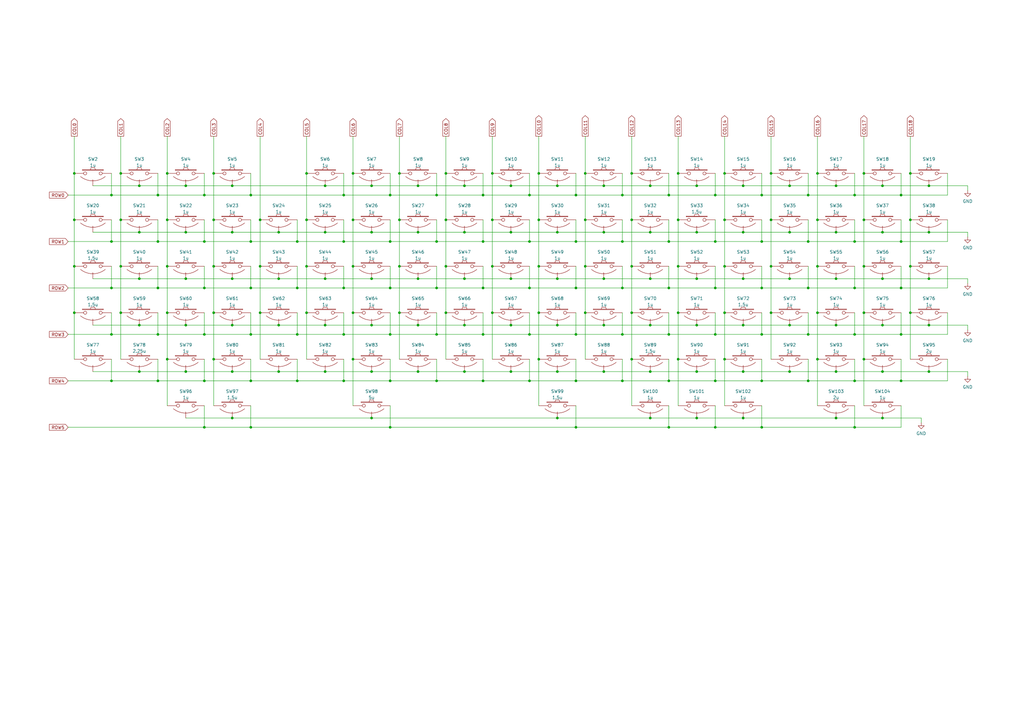
<source format=kicad_sch>
(kicad_sch (version 20231120) (generator "eeschema") (generator_version "8.0")
  (paper "A3")
  (title_block (title "CDS") (date "2023-11-17") (rev "1.0") (company "LU.SV Solutions") (comment 1 "Cipulot PCB Design") (comment 2 "Cipulot") (comment 3 "CC-BY-NC-SA-4.0"))
  (junction (at 354.33 71.12))
  (junction (at 293.37 175.26))
  (junction (at 125.73 71.12))
  (junction (at 220.98 128.27))
  (junction (at 95.25 76.2))
  (junction (at 76.2 133.35))
  (junction (at 381 95.25))
  (junction (at 64.77 137.16))
  (junction (at 160.02 80.01))
  (junction (at 220.98 147.32))
  (junction (at 228.6 114.3))
  (junction (at 83.82 137.16))
  (junction (at 236.22 137.16))
  (junction (at 259.08 109.22))
  (junction (at 152.4 152.4))
  (junction (at 323.85 152.4))
  (junction (at 171.45 133.35))
  (junction (at 304.8 152.4))
  (junction (at 171.45 95.25))
  (junction (at 87.63 71.12))
  (junction (at 304.8 76.2))
  (junction (at 316.23 109.22))
  (junction (at 278.13 71.12))
  (junction (at 171.45 152.4))
  (junction (at 144.78 128.27))
  (junction (at 83.82 156.21))
  (junction (at 182.88 109.22))
  (junction (at 160.02 118.11))
  (junction (at 171.45 76.2))
  (junction (at 236.22 80.01))
  (junction (at 255.27 80.01))
  (junction (at 102.87 175.26))
  (junction (at 266.7 95.25))
  (junction (at 133.35 114.3))
  (junction (at 114.3 133.35))
  (junction (at 125.73 109.22))
  (junction (at 102.87 118.11))
  (junction (at 68.58 128.27))
  (junction (at 240.03 128.27))
  (junction (at 64.77 118.11))
  (junction (at 255.27 99.06))
  (junction (at 171.45 114.3))
  (junction (at 114.3 152.4))
  (junction (at 312.42 137.16))
  (junction (at 182.88 71.12))
  (junction (at 152.4 171.45))
  (junction (at 373.38 128.27))
  (junction (at 95.25 133.35))
  (junction (at 95.25 152.4))
  (junction (at 220.98 71.12))
  (junction (at 228.6 95.25))
  (junction (at 140.97 156.21))
  (junction (at 95.25 114.3))
  (junction (at 361.95 133.35))
  (junction (at 354.33 90.17))
  (junction (at 274.32 80.01))
  (junction (at 278.13 90.17))
  (junction (at 255.27 137.16))
  (junction (at 190.5 95.25))
  (junction (at 121.92 137.16))
  (junction (at 350.52 156.21))
  (junction (at 247.65 133.35))
  (junction (at 68.58 109.22))
  (junction (at 163.83 128.27))
  (junction (at 160.02 175.26))
  (junction (at 323.85 95.25))
  (junction (at 342.9 76.2))
  (junction (at 350.52 175.26))
  (junction (at 76.2 76.2))
  (junction (at 217.17 137.16))
  (junction (at 255.27 156.21))
  (junction (at 297.18 90.17))
  (junction (at 342.9 114.3))
  (junction (at 278.13 109.22))
  (junction (at 106.68 90.17))
  (junction (at 102.87 137.16))
  (junction (at 342.9 152.4))
  (junction (at 361.95 171.45))
  (junction (at 297.18 147.32))
  (junction (at 182.88 90.17))
  (junction (at 83.82 99.06))
  (junction (at 133.35 133.35))
  (junction (at 179.07 99.06))
  (junction (at 76.2 152.4))
  (junction (at 217.17 80.01))
  (junction (at 236.22 99.06))
  (junction (at 285.75 76.2))
  (junction (at 102.87 99.06))
  (junction (at 381 114.3))
  (junction (at 83.82 118.11))
  (junction (at 228.6 76.2))
  (junction (at 144.78 71.12))
  (junction (at 133.35 152.4))
  (junction (at 331.47 99.06))
  (junction (at 57.15 76.2))
  (junction (at 87.63 90.17))
  (junction (at 45.72 80.01))
  (junction (at 335.28 128.27))
  (junction (at 293.37 156.21))
  (junction (at 312.42 118.11))
  (junction (at 323.85 76.2))
  (junction (at 152.4 76.2))
  (junction (at 217.17 99.06))
  (junction (at 266.7 76.2))
  (junction (at 140.97 80.01))
  (junction (at 220.98 90.17))
  (junction (at 247.65 76.2))
  (junction (at 350.52 137.16))
  (junction (at 57.15 152.4))
  (junction (at 316.23 71.12))
  (junction (at 125.73 128.27))
  (junction (at 152.4 114.3))
  (junction (at 297.18 109.22))
  (junction (at 163.83 90.17))
  (junction (at 179.07 118.11))
  (junction (at 190.5 133.35))
  (junction (at 45.72 137.16))
  (junction (at 342.9 133.35))
  (junction (at 30.48 128.27))
  (junction (at 304.8 114.3))
  (junction (at 201.93 109.22))
  (junction (at 76.2 95.25))
  (junction (at 217.17 118.11))
  (junction (at 140.97 99.06))
  (junction (at 274.32 137.16))
  (junction (at 236.22 118.11))
  (junction (at 247.65 95.25))
  (junction (at 274.32 175.26))
  (junction (at 87.63 147.32))
  (junction (at 266.7 133.35))
  (junction (at 49.53 71.12))
  (junction (at 133.35 95.25))
  (junction (at 323.85 133.35))
  (junction (at 373.38 90.17))
  (junction (at 160.02 99.06))
  (junction (at 179.07 156.21))
  (junction (at 68.58 147.32))
  (junction (at 228.6 133.35))
  (junction (at 278.13 147.32))
  (junction (at 293.37 80.01))
  (junction (at 373.38 109.22))
  (junction (at 198.12 118.11))
  (junction (at 274.32 118.11))
  (junction (at 285.75 95.25))
  (junction (at 342.9 171.45))
  (junction (at 57.15 114.3))
  (junction (at 45.72 99.06))
  (junction (at 236.22 175.26))
  (junction (at 297.18 128.27))
  (junction (at 95.25 95.25))
  (junction (at 30.48 109.22))
  (junction (at 335.28 90.17))
  (junction (at 369.57 156.21))
  (junction (at 57.15 133.35))
  (junction (at 140.97 118.11))
  (junction (at 293.37 118.11))
  (junction (at 144.78 147.32))
  (junction (at 236.22 156.21))
  (junction (at 297.18 71.12))
  (junction (at 259.08 90.17))
  (junction (at 228.6 171.45))
  (junction (at 381 152.4))
  (junction (at 312.42 175.26))
  (junction (at 76.2 114.3))
  (junction (at 160.02 156.21))
  (junction (at 316.23 90.17))
  (junction (at 198.12 156.21))
  (junction (at 304.8 95.25))
  (junction (at 114.3 95.25))
  (junction (at 152.4 133.35))
  (junction (at 190.5 114.3))
  (junction (at 316.23 128.27))
  (junction (at 278.13 128.27))
  (junction (at 240.03 90.17))
  (junction (at 285.75 171.45))
  (junction (at 361.95 95.25))
  (junction (at 259.08 147.32))
  (junction (at 312.42 80.01))
  (junction (at 30.48 71.12))
  (junction (at 335.28 147.32))
  (junction (at 198.12 137.16))
  (junction (at 133.35 76.2))
  (junction (at 274.32 156.21))
  (junction (at 259.08 71.12))
  (junction (at 266.7 152.4))
  (junction (at 331.47 156.21))
  (junction (at 160.02 137.16))
  (junction (at 201.93 128.27))
  (junction (at 49.53 90.17))
  (junction (at 285.75 152.4))
  (junction (at 179.07 80.01))
  (junction (at 361.95 114.3))
  (junction (at 83.82 175.26))
  (junction (at 68.58 71.12))
  (junction (at 304.8 171.45))
  (junction (at 209.55 152.4))
  (junction (at 209.55 95.25))
  (junction (at 361.95 152.4))
  (junction (at 354.33 128.27))
  (junction (at 285.75 114.3))
  (junction (at 240.03 109.22))
  (junction (at 179.07 137.16))
  (junction (at 312.42 99.06))
  (junction (at 198.12 99.06))
  (junction (at 140.97 137.16))
  (junction (at 293.37 137.16))
  (junction (at 312.42 156.21))
  (junction (at 293.37 99.06))
  (junction (at 163.83 71.12))
  (junction (at 83.82 80.01))
  (junction (at 182.88 128.27))
  (junction (at 274.32 99.06))
  (junction (at 209.55 114.3))
  (junction (at 144.78 90.17))
  (junction (at 247.65 114.3))
  (junction (at 198.12 80.01))
  (junction (at 217.17 156.21))
  (junction (at 220.98 109.22))
  (junction (at 369.57 137.16))
  (junction (at 64.77 99.06))
  (junction (at 68.58 90.17))
  (junction (at 361.95 76.2))
  (junction (at 152.4 95.25))
  (junction (at 335.28 109.22))
  (junction (at 381 76.2))
  (junction (at 266.7 171.45))
  (junction (at 106.68 128.27))
  (junction (at 45.72 156.21))
  (junction (at 331.47 137.16))
  (junction (at 163.83 109.22))
  (junction (at 354.33 109.22))
  (junction (at 350.52 80.01))
  (junction (at 285.75 133.35))
  (junction (at 354.33 147.32))
  (junction (at 331.47 118.11))
  (junction (at 247.65 152.4))
  (junction (at 373.38 71.12))
  (junction (at 381 133.35))
  (junction (at 49.53 109.22))
  (junction (at 350.52 99.06))
  (junction (at 95.25 171.45))
  (junction (at 64.77 156.21))
  (junction (at 350.52 118.11))
  (junction (at 259.08 128.27))
  (junction (at 144.78 109.22))
  (junction (at 45.72 118.11))
  (junction (at 369.57 80.01))
  (junction (at 335.28 71.12))
  (junction (at 102.87 80.01))
  (junction (at 342.9 95.25))
  (junction (at 121.92 156.21))
  (junction (at 255.27 118.11))
  (junction (at 87.63 109.22))
  (junction (at 121.92 99.06))
  (junction (at 64.77 80.01))
  (junction (at 114.3 114.3))
  (junction (at 266.7 114.3))
  (junction (at 106.68 109.22))
  (junction (at 323.85 114.3))
  (junction (at 209.55 76.2))
  (junction (at 201.93 71.12))
  (junction (at 228.6 152.4))
  (junction (at 201.93 90.17))
  (junction (at 57.15 95.25))
  (junction (at 209.55 133.35))
  (junction (at 331.47 80.01))
  (junction (at 369.57 118.11))
  (junction (at 121.92 118.11))
  (junction (at 30.48 90.17))
  (junction (at 369.57 99.06))
  (junction (at 190.5 152.4))
  (junction (at 304.8 133.35))
  (junction (at 125.73 90.17))
  (junction (at 49.53 128.27))
  (junction (at 102.87 156.21))
  (junction (at 87.63 128.27))
  (junction (at 190.5 76.2))
  (junction (at 240.03 71.12))
  (wire (pts (xy 133.35 76.2) (xy 152.4 76.2)))
  (wire (pts (xy 255.27 109.22) (xy 255.27 118.11)))
  (wire (pts (xy 312.42 71.12) (xy 312.42 80.01)))
  (wire (pts (xy 381 76.2) (xy 396.875 76.2)))
  (wire (pts (xy 45.72 80.01) (xy 64.77 80.01)))
  (wire (pts (xy 312.42 147.32) (xy 312.42 156.21)))
  (wire (pts (xy 152.4 171.45) (xy 228.6 171.45)))
  (wire (pts (xy 255.27 137.16) (xy 274.32 137.16)))
  (wire (pts (xy 388.62 137.16) (xy 388.62 128.27)))
  (wire (pts (xy 160.02 109.22) (xy 160.02 118.11)))
  (wire (pts (xy 220.98 147.32) (xy 220.98 166.37)))
  (wire (pts (xy 217.17 80.01) (xy 236.22 80.01)))
  (wire (pts (xy 274.32 90.17) (xy 274.32 99.06)))
  (wire (pts (xy 133.35 114.3) (xy 152.4 114.3)))
  (wire (pts (xy 57.15 114.3) (xy 76.2 114.3)))
  (wire (pts (xy 102.87 99.06) (xy 121.92 99.06)))
  (wire (pts (xy 102.87 128.27) (xy 102.87 137.16)))
  (wire (pts (xy 163.83 71.12) (xy 163.83 90.17)))
  (wire (pts (xy 171.45 95.25) (xy 190.5 95.25)))
  (wire (pts (xy 144.78 90.17) (xy 144.78 109.22)))
  (wire (pts (xy 198.12 71.12) (xy 198.12 80.01)))
  (wire (pts (xy 133.35 133.35) (xy 152.4 133.35)))
  (wire (pts (xy 354.33 147.32) (xy 354.33 166.37)))
  (wire (pts (xy 163.83 90.17) (xy 163.83 109.22)))
  (wire (pts (xy 179.07 118.11) (xy 198.12 118.11)))
  (wire (pts (xy 255.27 80.01) (xy 274.32 80.01)))
  (wire (pts (xy 179.07 147.32) (xy 179.07 156.21)))
  (wire (pts (xy 160.02 71.12) (xy 160.02 80.01)))
  (wire (pts (xy 293.37 80.01) (xy 312.42 80.01)))
  (wire (pts (xy 140.97 137.16) (xy 160.02 137.16)))
  (wire (pts (xy 217.17 109.22) (xy 217.17 118.11)))
  (wire (pts (xy 160.02 90.17) (xy 160.02 99.06)))
  (wire (pts (xy 163.83 128.27) (xy 163.83 147.32)))
  (wire (pts (xy 217.17 71.12) (xy 217.17 80.01)))
  (wire (pts (xy 342.9 171.45) (xy 361.95 171.45)))
  (wire (pts (xy 198.12 137.16) (xy 217.17 137.16)))
  (wire (pts (xy 125.73 55.88) (xy 125.73 71.12)))
  (wire (pts (xy 64.77 80.01) (xy 83.82 80.01)))
  (wire (pts (xy 87.63 90.17) (xy 87.63 109.22)))
  (wire (pts (xy 179.07 80.01) (xy 198.12 80.01)))
  (wire (pts (xy 140.97 109.22) (xy 140.97 118.11)))
  (wire (pts (xy 125.73 71.12) (xy 125.73 90.17)))
  (wire (pts (xy 236.22 147.32) (xy 236.22 156.21)))
  (wire (pts (xy 102.87 118.11) (xy 121.92 118.11)))
  (wire (pts (xy 83.82 137.16) (xy 102.87 137.16)))
  (wire (pts (xy 228.6 95.25) (xy 247.65 95.25)))
  (wire (pts (xy 293.37 109.22) (xy 293.37 118.11)))
  (wire (pts (xy 30.48 71.12) (xy 30.48 90.17)))
  (wire (pts (xy 171.45 114.3) (xy 190.5 114.3)))
  (wire (pts (xy 45.72 118.11) (xy 64.77 118.11)))
  (wire (pts (xy 209.55 152.4) (xy 228.6 152.4)))
  (wire (pts (xy 198.12 156.21) (xy 217.17 156.21)))
  (wire (pts (xy 293.37 99.06) (xy 312.42 99.06)))
  (wire (pts (xy 27.94 156.21) (xy 45.72 156.21)))
  (wire (pts (xy 160.02 118.11) (xy 179.07 118.11)))
  (wire (pts (xy 140.97 90.17) (xy 140.97 99.06)))
  (wire (pts (xy 114.3 133.35) (xy 133.35 133.35)))
  (wire (pts (xy 369.57 128.27) (xy 369.57 137.16)))
  (wire (pts (xy 297.18 147.32) (xy 297.18 166.37)))
  (wire (pts (xy 220.98 71.12) (xy 220.98 90.17)))
  (wire (pts (xy 354.33 90.17) (xy 354.33 109.22)))
  (wire (pts (xy 331.47 80.01) (xy 350.52 80.01)))
  (wire (pts (xy 316.23 109.22) (xy 316.23 128.27)))
  (wire (pts (xy 209.55 114.3) (xy 228.6 114.3)))
  (wire (pts (xy 350.52 137.16) (xy 369.57 137.16)))
  (wire (pts (xy 64.77 137.16) (xy 83.82 137.16)))
  (wire (pts (xy 331.47 156.21) (xy 350.52 156.21)))
  (wire (pts (xy 57.15 133.35) (xy 76.2 133.35)))
  (wire (pts (xy 125.73 109.22) (xy 125.73 128.27)))
  (wire (pts (xy 68.58 71.12) (xy 68.58 90.17)))
  (wire (pts (xy 140.97 80.01) (xy 160.02 80.01)))
  (wire (pts (xy 350.52 147.32) (xy 350.52 156.21)))
  (wire (pts (xy 133.35 95.25) (xy 152.4 95.25)))
  (wire (pts (xy 396.875 133.35) (xy 396.875 135.255)))
  (wire (pts (xy 297.18 71.12) (xy 297.18 90.17)))
  (wire (pts (xy 102.87 90.17) (xy 102.87 99.06)))
  (wire (pts (xy 45.72 156.21) (xy 64.77 156.21)))
  (wire (pts (xy 377.825 171.45) (xy 377.825 173.355)))
  (wire (pts (xy 350.52 156.21) (xy 369.57 156.21)))
  (wire (pts (xy 369.57 137.16) (xy 388.62 137.16)))
  (wire (pts (xy 76.2 171.45) (xy 95.25 171.45)))
  (wire (pts (xy 95.25 171.45) (xy 152.4 171.45)))
  (wire (pts (xy 240.03 55.88) (xy 240.03 71.12)))
  (wire (pts (xy 87.63 71.12) (xy 87.63 90.17)))
  (wire (pts (xy 209.55 95.25) (xy 228.6 95.25)))
  (wire (pts (xy 274.32 147.32) (xy 274.32 156.21)))
  (wire (pts (xy 240.03 128.27) (xy 240.03 147.32)))
  (wire (pts (xy 228.6 133.35) (xy 247.65 133.35)))
  (wire (pts (xy 304.8 152.4) (xy 323.85 152.4)))
  (wire (pts (xy 198.12 99.06) (xy 217.17 99.06)))
  (wire (pts (xy 83.82 166.37) (xy 83.82 175.26)))
  (wire (pts (xy 361.95 95.25) (xy 381 95.25)))
  (wire (pts (xy 95.25 95.25) (xy 114.3 95.25)))
  (wire (pts (xy 152.4 114.3) (xy 171.45 114.3)))
  (wire (pts (xy 30.48 109.22) (xy 30.48 128.27)))
  (wire (pts (xy 266.7 133.35) (xy 285.75 133.35)))
  (wire (pts (xy 30.48 128.27) (xy 30.48 147.32)))
  (wire (pts (xy 312.42 156.21) (xy 331.47 156.21)))
  (wire (pts (xy 342.9 95.25) (xy 361.95 95.25)))
  (wire (pts (xy 190.5 76.2) (xy 209.55 76.2)))
  (wire (pts (xy 64.77 99.06) (xy 83.82 99.06)))
  (wire (pts (xy 266.7 171.45) (xy 285.75 171.45)))
  (wire (pts (xy 259.08 90.17) (xy 259.08 109.22)))
  (wire (pts (xy 342.9 76.2) (xy 361.95 76.2)))
  (wire (pts (xy 373.38 90.17) (xy 373.38 109.22)))
  (wire (pts (xy 76.2 133.35) (xy 95.25 133.35)))
  (wire (pts (xy 228.6 76.2) (xy 247.65 76.2)))
  (wire (pts (xy 49.53 71.12) (xy 49.53 90.17)))
  (wire (pts (xy 312.42 80.01) (xy 331.47 80.01)))
  (wire (pts (xy 38.1 152.4) (xy 57.15 152.4)))
  (wire (pts (xy 331.47 99.06) (xy 350.52 99.06)))
  (wire (pts (xy 220.98 90.17) (xy 220.98 109.22)))
  (wire (pts (xy 121.92 128.27) (xy 121.92 137.16)))
  (wire (pts (xy 297.18 55.88) (xy 297.18 71.12)))
  (wire (pts (xy 304.8 133.35) (xy 323.85 133.35)))
  (wire (pts (xy 121.92 156.21) (xy 140.97 156.21)))
  (wire (pts (xy 350.52 71.12) (xy 350.52 80.01)))
  (wire (pts (xy 83.82 118.11) (xy 102.87 118.11)))
  (wire (pts (xy 38.1 95.25) (xy 57.15 95.25)))
  (wire (pts (xy 396.875 95.25) (xy 396.875 97.155)))
  (wire (pts (xy 217.17 156.21) (xy 236.22 156.21)))
  (wire (pts (xy 198.12 118.11) (xy 217.17 118.11)))
  (wire (pts (xy 49.53 109.22) (xy 49.53 128.27)))
  (wire (pts (xy 179.07 90.17) (xy 179.07 99.06)))
  (wire (pts (xy 121.92 118.11) (xy 140.97 118.11)))
  (wire (pts (xy 293.37 128.27) (xy 293.37 137.16)))
  (wire (pts (xy 217.17 137.16) (xy 236.22 137.16)))
  (wire (pts (xy 106.68 109.22) (xy 106.68 128.27)))
  (wire (pts (xy 217.17 99.06) (xy 236.22 99.06)))
  (wire (pts (xy 381 133.35) (xy 396.875 133.35)))
  (wire (pts (xy 331.47 147.32) (xy 331.47 156.21)))
  (wire (pts (xy 49.53 90.17) (xy 49.53 109.22)))
  (wire (pts (xy 369.57 99.06) (xy 388.62 99.06)))
  (wire (pts (xy 278.13 55.88) (xy 278.13 71.12)))
  (wire (pts (xy 83.82 109.22) (xy 83.82 118.11)))
  (wire (pts (xy 323.85 114.3) (xy 342.9 114.3)))
  (wire (pts (xy 68.58 147.32) (xy 68.58 166.37)))
  (wire (pts (xy 274.32 156.21) (xy 293.37 156.21)))
  (wire (pts (xy 236.22 137.16) (xy 255.27 137.16)))
  (wire (pts (xy 369.57 90.17) (xy 369.57 99.06)))
  (wire (pts (xy 57.15 76.2) (xy 76.2 76.2)))
  (wire (pts (xy 396.875 76.2) (xy 396.875 78.105)))
  (wire (pts (xy 274.32 175.26) (xy 293.37 175.26)))
  (wire (pts (xy 247.65 152.4) (xy 266.7 152.4)))
  (wire (pts (xy 247.65 114.3) (xy 266.7 114.3)))
  (wire (pts (xy 259.08 128.27) (xy 259.08 147.32)))
  (wire (pts (xy 247.65 133.35) (xy 266.7 133.35)))
  (wire (pts (xy 285.75 133.35) (xy 304.8 133.35)))
  (wire (pts (xy 331.47 90.17) (xy 331.47 99.06)))
  (wire (pts (xy 331.47 71.12) (xy 331.47 80.01)))
  (wire (pts (xy 335.28 55.88) (xy 335.28 71.12)))
  (wire (pts (xy 152.4 133.35) (xy 171.45 133.35)))
  (wire (pts (xy 182.88 90.17) (xy 182.88 109.22)))
  (wire (pts (xy 152.4 76.2) (xy 171.45 76.2)))
  (wire (pts (xy 259.08 55.88) (xy 259.08 71.12)))
  (wire (pts (xy 87.63 147.32) (xy 87.63 166.37)))
  (wire (pts (xy 369.57 109.22) (xy 369.57 118.11)))
  (wire (pts (xy 293.37 71.12) (xy 293.37 80.01)))
  (wire (pts (xy 114.3 114.3) (xy 133.35 114.3)))
  (wire (pts (xy 331.47 109.22) (xy 331.47 118.11)))
  (wire (pts (xy 144.78 71.12) (xy 144.78 90.17)))
  (wire (pts (xy 220.98 55.88) (xy 220.98 71.12)))
  (wire (pts (xy 342.9 152.4) (xy 361.95 152.4)))
  (wire (pts (xy 361.95 133.35) (xy 381 133.35)))
  (wire (pts (xy 335.28 90.17) (xy 335.28 109.22)))
  (wire (pts (xy 274.32 109.22) (xy 274.32 118.11)))
  (wire (pts (xy 27.94 175.26) (xy 83.82 175.26)))
  (wire (pts (xy 160.02 147.32) (xy 160.02 156.21)))
  (wire (pts (xy 87.63 55.88) (xy 87.63 71.12)))
  (wire (pts (xy 102.87 137.16) (xy 121.92 137.16)))
  (wire (pts (xy 293.37 156.21) (xy 312.42 156.21)))
  (wire (pts (xy 228.6 114.3) (xy 247.65 114.3)))
  (wire (pts (xy 144.78 128.27) (xy 144.78 147.32)))
  (wire (pts (xy 293.37 147.32) (xy 293.37 156.21)))
  (wire (pts (xy 304.8 76.2) (xy 323.85 76.2)))
  (wire (pts (xy 255.27 128.27) (xy 255.27 137.16)))
  (wire (pts (xy 285.75 171.45) (xy 304.8 171.45)))
  (wire (pts (xy 83.82 175.26) (xy 102.87 175.26)))
  (wire (pts (xy 171.45 152.4) (xy 190.5 152.4)))
  (wire (pts (xy 396.875 152.4) (xy 396.875 154.305)))
  (wire (pts (xy 350.52 175.26) (xy 369.57 175.26)))
  (wire (pts (xy 342.9 133.35) (xy 361.95 133.35)))
  (wire (pts (xy 369.57 156.21) (xy 388.62 156.21)))
  (wire (pts (xy 342.9 114.3) (xy 361.95 114.3)))
  (wire (pts (xy 312.42 137.16) (xy 331.47 137.16)))
  (wire (pts (xy 350.52 80.01) (xy 369.57 80.01)))
  (wire (pts (xy 236.22 175.26) (xy 274.32 175.26)))
  (wire (pts (xy 369.57 71.12) (xy 369.57 80.01)))
  (wire (pts (xy 179.07 99.06) (xy 198.12 99.06)))
  (wire (pts (xy 121.92 109.22) (xy 121.92 118.11)))
  (wire (pts (xy 297.18 90.17) (xy 297.18 109.22)))
  (wire (pts (xy 140.97 71.12) (xy 140.97 80.01)))
  (wire (pts (xy 381 95.25) (xy 396.875 95.25)))
  (wire (pts (xy 293.37 137.16) (xy 312.42 137.16)))
  (wire (pts (xy 323.85 76.2) (xy 342.9 76.2)))
  (wire (pts (xy 83.82 90.17) (xy 83.82 99.06)))
  (wire (pts (xy 64.77 90.17) (xy 64.77 99.06)))
  (wire (pts (xy 102.87 166.37) (xy 102.87 175.26)))
  (wire (pts (xy 217.17 118.11) (xy 236.22 118.11)))
  (wire (pts (xy 236.22 80.01) (xy 255.27 80.01)))
  (wire (pts (xy 30.48 55.88) (xy 30.48 71.12)))
  (wire (pts (xy 247.65 95.25) (xy 266.7 95.25)))
  (wire (pts (xy 274.32 80.01) (xy 293.37 80.01)))
  (wire (pts (xy 201.93 128.27) (xy 201.93 147.32)))
  (wire (pts (xy 350.52 99.06) (xy 369.57 99.06)))
  (wire (pts (xy 259.08 109.22) (xy 259.08 128.27)))
  (wire (pts (xy 255.27 156.21) (xy 274.32 156.21)))
  (wire (pts (xy 201.93 90.17) (xy 201.93 109.22)))
  (wire (pts (xy 304.8 171.45) (xy 342.9 171.45)))
  (wire (pts (xy 388.62 118.11) (xy 388.62 109.22)))
  (wire (pts (xy 228.6 152.4) (xy 247.65 152.4)))
  (wire (pts (xy 255.27 147.32) (xy 255.27 156.21)))
  (wire (pts (xy 64.77 71.12) (xy 64.77 80.01)))
  (wire (pts (xy 198.12 80.01) (xy 217.17 80.01)))
  (wire (pts (xy 236.22 156.21) (xy 255.27 156.21)))
  (wire (pts (xy 304.8 114.3) (xy 323.85 114.3)))
  (wire (pts (xy 285.75 76.2) (xy 304.8 76.2)))
  (wire (pts (xy 95.25 133.35) (xy 114.3 133.35)))
  (wire (pts (xy 388.62 80.01) (xy 388.62 71.12)))
  (wire (pts (xy 64.77 156.21) (xy 83.82 156.21)))
  (wire (pts (xy 190.5 152.4) (xy 209.55 152.4)))
  (wire (pts (xy 160.02 128.27) (xy 160.02 137.16)))
  (wire (pts (xy 388.62 99.06) (xy 388.62 90.17)))
  (wire (pts (xy 316.23 90.17) (xy 316.23 109.22)))
  (wire (pts (xy 236.22 109.22) (xy 236.22 118.11)))
  (wire (pts (xy 198.12 147.32) (xy 198.12 156.21)))
  (wire (pts (xy 361.95 114.3) (xy 381 114.3)))
  (wire (pts (xy 236.22 166.37) (xy 236.22 175.26)))
  (wire (pts (xy 278.13 128.27) (xy 278.13 147.32)))
  (wire (pts (xy 361.95 76.2) (xy 381 76.2)))
  (wire (pts (xy 266.7 76.2) (xy 285.75 76.2)))
  (wire (pts (xy 152.4 152.4) (xy 171.45 152.4)))
  (wire (pts (xy 373.38 128.27) (xy 373.38 147.32)))
  (wire (pts (xy 45.72 147.32) (xy 45.72 156.21)))
  (wire (pts (xy 179.07 156.21) (xy 198.12 156.21)))
  (wire (pts (xy 49.53 128.27) (xy 49.53 147.32)))
  (wire (pts (xy 220.98 128.27) (xy 220.98 147.32)))
  (wire (pts (xy 285.75 152.4) (xy 304.8 152.4)))
  (wire (pts (xy 87.63 109.22) (xy 87.63 128.27)))
  (wire (pts (xy 388.62 156.21) (xy 388.62 147.32)))
  (wire (pts (xy 255.27 99.06) (xy 274.32 99.06)))
  (wire (pts (xy 45.72 137.16) (xy 64.77 137.16)))
  (wire (pts (xy 95.25 76.2) (xy 133.35 76.2)))
  (wire (pts (xy 27.94 137.16) (xy 45.72 137.16)))
  (wire (pts (xy 350.52 128.27) (xy 350.52 137.16)))
  (wire (pts (xy 350.52 109.22) (xy 350.52 118.11)))
  (wire (pts (xy 68.58 55.88) (xy 68.58 71.12)))
  (wire (pts (xy 201.93 71.12) (xy 201.93 90.17)))
  (wire (pts (xy 381 114.3) (xy 396.875 114.3)))
  (wire (pts (xy 278.13 71.12) (xy 278.13 90.17)))
  (wire (pts (xy 312.42 109.22) (xy 312.42 118.11)))
  (wire (pts (xy 125.73 90.17) (xy 125.73 109.22)))
  (wire (pts (xy 102.87 156.21) (xy 121.92 156.21)))
  (wire (pts (xy 30.48 90.17) (xy 30.48 109.22)))
  (wire (pts (xy 335.28 147.32) (xy 335.28 166.37)))
  (wire (pts (xy 312.42 90.17) (xy 312.42 99.06)))
  (wire (pts (xy 274.32 128.27) (xy 274.32 137.16)))
  (wire (pts (xy 354.33 128.27) (xy 354.33 147.32)))
  (wire (pts (xy 64.77 118.11) (xy 83.82 118.11)))
  (wire (pts (xy 293.37 118.11) (xy 312.42 118.11)))
  (wire (pts (xy 373.38 109.22) (xy 373.38 128.27)))
  (wire (pts (xy 140.97 99.06) (xy 160.02 99.06)))
  (wire (pts (xy 331.47 137.16) (xy 350.52 137.16)))
  (wire (pts (xy 64.77 128.27) (xy 64.77 137.16)))
  (wire (pts (xy 102.87 175.26) (xy 160.02 175.26)))
  (wire (pts (xy 297.18 128.27) (xy 297.18 147.32)))
  (wire (pts (xy 182.88 71.12) (xy 182.88 90.17)))
  (wire (pts (xy 64.77 147.32) (xy 64.77 156.21)))
  (wire (pts (xy 45.72 99.06) (xy 64.77 99.06)))
  (wire (pts (xy 373.38 55.88) (xy 373.38 71.12)))
  (wire (pts (xy 228.6 171.45) (xy 266.7 171.45)))
  (wire (pts (xy 209.55 76.2) (xy 228.6 76.2)))
  (wire (pts (xy 121.92 99.06) (xy 140.97 99.06)))
  (wire (pts (xy 68.58 109.22) (xy 68.58 128.27)))
  (wire (pts (xy 160.02 80.01) (xy 179.07 80.01)))
  (wire (pts (xy 27.94 118.11) (xy 45.72 118.11)))
  (wire (pts (xy 160.02 166.37) (xy 160.02 175.26)))
  (wire (pts (xy 140.97 147.32) (xy 140.97 156.21)))
  (wire (pts (xy 217.17 90.17) (xy 217.17 99.06)))
  (wire (pts (xy 354.33 55.88) (xy 354.33 71.12)))
  (wire (pts (xy 121.92 137.16) (xy 140.97 137.16)))
  (wire (pts (xy 201.93 55.88) (xy 201.93 71.12)))
  (wire (pts (xy 76.2 95.25) (xy 95.25 95.25)))
  (wire (pts (xy 133.35 152.4) (xy 152.4 152.4)))
  (wire (pts (xy 316.23 128.27) (xy 316.23 147.32)))
  (wire (pts (xy 83.82 156.21) (xy 102.87 156.21)))
  (wire (pts (xy 198.12 128.27) (xy 198.12 137.16)))
  (wire (pts (xy 76.2 152.4) (xy 95.25 152.4)))
  (wire (pts (xy 255.27 90.17) (xy 255.27 99.06)))
  (wire (pts (xy 361.95 152.4) (xy 381 152.4)))
  (wire (pts (xy 114.3 152.4) (xy 133.35 152.4)))
  (wire (pts (xy 255.27 71.12) (xy 255.27 80.01)))
  (wire (pts (xy 57.15 95.25) (xy 76.2 95.25)))
  (wire (pts (xy 160.02 175.26) (xy 236.22 175.26)))
  (wire (pts (xy 323.85 152.4) (xy 342.9 152.4)))
  (wire (pts (xy 83.82 71.12) (xy 83.82 80.01)))
  (wire (pts (xy 335.28 128.27) (xy 335.28 147.32)))
  (wire (pts (xy 312.42 175.26) (xy 350.52 175.26)))
  (wire (pts (xy 312.42 128.27) (xy 312.42 137.16)))
  (wire (pts (xy 285.75 95.25) (xy 304.8 95.25)))
  (wire (pts (xy 293.37 166.37) (xy 293.37 175.26)))
  (wire (pts (xy 140.97 118.11) (xy 160.02 118.11)))
  (wire (pts (xy 190.5 114.3) (xy 209.55 114.3)))
  (wire (pts (xy 144.78 109.22) (xy 144.78 128.27)))
  (wire (pts (xy 68.58 128.27) (xy 68.58 147.32)))
  (wire (pts (xy 27.94 99.06) (xy 45.72 99.06)))
  (wire (pts (xy 38.1 114.3) (xy 57.15 114.3)))
  (wire (pts (xy 278.13 109.22) (xy 278.13 128.27)))
  (wire (pts (xy 361.95 171.45) (xy 377.825 171.45)))
  (wire (pts (xy 350.52 166.37) (xy 350.52 175.26)))
  (wire (pts (xy 198.12 90.17) (xy 198.12 99.06)))
  (wire (pts (xy 182.88 128.27) (xy 182.88 147.32)))
  (wire (pts (xy 274.32 99.06) (xy 293.37 99.06)))
  (wire (pts (xy 27.94 80.01) (xy 45.72 80.01)))
  (wire (pts (xy 38.1 76.2) (xy 57.15 76.2)))
  (wire (pts (xy 190.5 95.25) (xy 209.55 95.25)))
  (wire (pts (xy 350.52 90.17) (xy 350.52 99.06)))
  (wire (pts (xy 201.93 109.22) (xy 201.93 128.27)))
  (wire (pts (xy 106.68 90.17) (xy 106.68 109.22)))
  (wire (pts (xy 140.97 128.27) (xy 140.97 137.16)))
  (wire (pts (xy 278.13 147.32) (xy 278.13 166.37)))
  (wire (pts (xy 217.17 147.32) (xy 217.17 156.21)))
  (wire (pts (xy 259.08 71.12) (xy 259.08 90.17)))
  (wire (pts (xy 83.82 147.32) (xy 83.82 156.21)))
  (wire (pts (xy 106.68 55.88) (xy 106.68 90.17)))
  (wire (pts (xy 266.7 95.25) (xy 285.75 95.25)))
  (wire (pts (xy 45.72 128.27) (xy 45.72 137.16)))
  (wire (pts (xy 354.33 71.12) (xy 354.33 90.17)))
  (wire (pts (xy 160.02 99.06) (xy 179.07 99.06)))
  (wire (pts (xy 182.88 55.88) (xy 182.88 71.12)))
  (wire (pts (xy 220.98 109.22) (xy 220.98 128.27)))
  (wire (pts (xy 95.25 152.4) (xy 114.3 152.4)))
  (wire (pts (xy 354.33 109.22) (xy 354.33 128.27)))
  (wire (pts (xy 316.23 71.12) (xy 316.23 90.17)))
  (wire (pts (xy 102.87 109.22) (xy 102.87 118.11)))
  (wire (pts (xy 274.32 166.37) (xy 274.32 175.26)))
  (wire (pts (xy 323.85 95.25) (xy 342.9 95.25)))
  (wire (pts (xy 76.2 114.3) (xy 95.25 114.3)))
  (wire (pts (xy 209.55 133.35) (xy 228.6 133.35)))
  (wire (pts (xy 274.32 71.12) (xy 274.32 80.01)))
  (wire (pts (xy 247.65 76.2) (xy 266.7 76.2)))
  (wire (pts (xy 236.22 99.06) (xy 255.27 99.06)))
  (wire (pts (xy 179.07 137.16) (xy 198.12 137.16)))
  (wire (pts (xy 369.57 118.11) (xy 388.62 118.11)))
  (wire (pts (xy 335.28 71.12) (xy 335.28 90.17)))
  (wire (pts (xy 240.03 71.12) (xy 240.03 90.17)))
  (wire (pts (xy 369.57 147.32) (xy 369.57 156.21)))
  (wire (pts (xy 236.22 71.12) (xy 236.22 80.01)))
  (wire (pts (xy 285.75 114.3) (xy 304.8 114.3)))
  (wire (pts (xy 87.63 128.27) (xy 87.63 147.32)))
  (wire (pts (xy 198.12 109.22) (xy 198.12 118.11)))
  (wire (pts (xy 57.15 152.4) (xy 76.2 152.4)))
  (wire (pts (xy 335.28 109.22) (xy 335.28 128.27)))
  (wire (pts (xy 121.92 147.32) (xy 121.92 156.21)))
  (wire (pts (xy 163.83 55.88) (xy 163.83 71.12)))
  (wire (pts (xy 144.78 147.32) (xy 144.78 166.37)))
  (wire (pts (xy 293.37 90.17) (xy 293.37 99.06)))
  (wire (pts (xy 274.32 137.16) (xy 293.37 137.16)))
  (wire (pts (xy 259.08 147.32) (xy 259.08 166.37)))
  (wire (pts (xy 102.87 147.32) (xy 102.87 156.21)))
  (wire (pts (xy 312.42 118.11) (xy 331.47 118.11)))
  (wire (pts (xy 179.07 128.27) (xy 179.07 137.16)))
  (wire (pts (xy 236.22 90.17) (xy 236.22 99.06)))
  (wire (pts (xy 255.27 118.11) (xy 274.32 118.11)))
  (wire (pts (xy 396.875 114.3) (xy 396.875 116.205)))
  (wire (pts (xy 369.57 166.37) (xy 369.57 175.26)))
  (wire (pts (xy 68.58 90.17) (xy 68.58 109.22)))
  (wire (pts (xy 160.02 156.21) (xy 179.07 156.21)))
  (wire (pts (xy 49.53 55.88) (xy 49.53 71.12)))
  (wire (pts (xy 160.02 137.16) (xy 179.07 137.16)))
  (wire (pts (xy 64.77 109.22) (xy 64.77 118.11)))
  (wire (pts (xy 121.92 90.17) (xy 121.92 99.06)))
  (wire (pts (xy 45.72 71.12) (xy 45.72 80.01)))
  (wire (pts (xy 95.25 114.3) (xy 114.3 114.3)))
  (wire (pts (xy 331.47 128.27) (xy 331.47 137.16)))
  (wire (pts (xy 278.13 90.17) (xy 278.13 109.22)))
  (wire (pts (xy 350.52 118.11) (xy 369.57 118.11)))
  (wire (pts (xy 297.18 109.22) (xy 297.18 128.27)))
  (wire (pts (xy 83.82 99.06) (xy 102.87 99.06)))
  (wire (pts (xy 114.3 95.25) (xy 133.35 95.25)))
  (wire (pts (xy 83.82 80.01) (xy 102.87 80.01)))
  (wire (pts (xy 293.37 175.26) (xy 312.42 175.26)))
  (wire (pts (xy 45.72 109.22) (xy 45.72 118.11)))
  (wire (pts (xy 102.87 71.12) (xy 102.87 80.01)))
  (wire (pts (xy 163.83 109.22) (xy 163.83 128.27)))
  (wire (pts (xy 217.17 128.27) (xy 217.17 137.16)))
  (wire (pts (xy 106.68 128.27) (xy 106.68 147.32)))
  (wire (pts (xy 83.82 128.27) (xy 83.82 137.16)))
  (wire (pts (xy 102.87 80.01) (xy 140.97 80.01)))
  (wire (pts (xy 240.03 90.17) (xy 240.03 109.22)))
  (wire (pts (xy 179.07 71.12) (xy 179.07 80.01)))
  (wire (pts (xy 140.97 156.21) (xy 160.02 156.21)))
  (wire (pts (xy 152.4 95.25) (xy 171.45 95.25)))
  (wire (pts (xy 236.22 118.11) (xy 255.27 118.11)))
  (wire (pts (xy 125.73 128.27) (xy 125.73 147.32)))
  (wire (pts (xy 240.03 109.22) (xy 240.03 128.27)))
  (wire (pts (xy 266.7 152.4) (xy 285.75 152.4)))
  (wire (pts (xy 171.45 133.35) (xy 190.5 133.35)))
  (wire (pts (xy 373.38 71.12) (xy 373.38 90.17)))
  (wire (pts (xy 236.22 128.27) (xy 236.22 137.16)))
  (wire (pts (xy 144.78 55.88) (xy 144.78 71.12)))
  (wire (pts (xy 316.23 55.88) (xy 316.23 71.12)))
  (wire (pts (xy 369.57 80.01) (xy 388.62 80.01)))
  (wire (pts (xy 304.8 95.25) (xy 323.85 95.25)))
  (wire (pts (xy 274.32 118.11) (xy 293.37 118.11)))
  (wire (pts (xy 381 152.4) (xy 396.875 152.4)))
  (wire (pts (xy 266.7 114.3) (xy 285.75 114.3)))
  (wire (pts (xy 190.5 133.35) (xy 209.55 133.35)))
  (wire (pts (xy 45.72 90.17) (xy 45.72 99.06)))
  (wire (pts (xy 179.07 109.22) (xy 179.07 118.11)))
  (wire (pts (xy 323.85 133.35) (xy 342.9 133.35)))
  (wire (pts (xy 38.1 133.35) (xy 57.15 133.35)))
  (wire (pts (xy 331.47 118.11) (xy 350.52 118.11)))
  (wire (pts (xy 76.2 76.2) (xy 95.25 76.2)))
  (wire (pts (xy 171.45 76.2) (xy 190.5 76.2)))
  (wire (pts (xy 312.42 166.37) (xy 312.42 175.26)))
  (wire (pts (xy 312.42 99.06) (xy 331.47 99.06)))
  (wire (pts (xy 182.88 109.22) (xy 182.88 128.27)))
  (global_label "COL7" (shape output) (at 163.83 55.88 90) (property "Intersheetrefs" "${INTERSHEET_REFS}" (effects (hide yes))))
  (global_label "COL9" (shape output) (at 201.93 55.88 90) (property "Intersheetrefs" "${INTERSHEET_REFS}" (effects (hide yes))))
  (global_label "ROW0" (shape input) (at 27.94 80.01 180) (property "Intersheetrefs" "${INTERSHEET_REFS}" (effects (hide yes))))
  (global_label "ROW2" (shape input) (at 27.94 118.11 180) (property "Intersheetrefs" "${INTERSHEET_REFS}" (effects (hide yes))))
  (global_label "ROW1" (shape input) (at 27.94 99.06 180) (property "Intersheetrefs" "${INTERSHEET_REFS}" (effects (hide yes))))
  (global_label "COL3" (shape output) (at 87.63 55.88 90) (property "Intersheetrefs" "${INTERSHEET_REFS}" (effects (hide yes))))
  (global_label "ROW3" (shape input) (at 27.94 137.16 180) (property "Intersheetrefs" "${INTERSHEET_REFS}" (effects (hide yes))))
  (global_label "ROW4" (shape input) (at 27.94 156.21 180) (property "Intersheetrefs" "${INTERSHEET_REFS}" (effects (hide yes))))
  (global_label "ROW5" (shape input) (at 27.94 175.26 180) (property "Intersheetrefs" "${INTERSHEET_REFS}" (effects (hide yes))))
  (global_label "COL11" (shape output) (at 240.03 55.88 90) (property "Intersheetrefs" "${INTERSHEET_REFS}" (effects (hide yes))))
  (global_label "COL14" (shape output) (at 297.18 55.88 90) (property "Intersheetrefs" "${INTERSHEET_REFS}" (effects (hide yes))))
  (global_label "COL12" (shape output) (at 259.08 55.88 90) (property "Intersheetrefs" "${INTERSHEET_REFS}" (effects (hide yes))))
  (global_label "COL1" (shape output) (at 49.53 55.88 90) (property "Intersheetrefs" "${INTERSHEET_REFS}" (effects (hide yes))))
  (global_label "COL5" (shape output) (at 125.73 55.88 90) (property "Intersheetrefs" "${INTERSHEET_REFS}" (effects (hide yes))))
  (global_label "COL16" (shape output) (at 335.28 55.88 90) (property "Intersheetrefs" "${INTERSHEET_REFS}" (effects (hide yes))))
  (global_label "COL2" (shape output) (at 68.58 55.88 90) (property "Intersheetrefs" "${INTERSHEET_REFS}" (effects (hide yes))))
  (global_label "COL18" (shape output) (at 373.38 55.88 90) (property "Intersheetrefs" "${INTERSHEET_REFS}" (effects (hide yes))))
  (global_label "COL10" (shape output) (at 220.98 55.88 90) (property "Intersheetrefs" "${INTERSHEET_REFS}" (effects (hide yes))))
  (global_label "COL6" (shape output) (at 144.78 55.88 90) (property "Intersheetrefs" "${INTERSHEET_REFS}" (effects (hide yes))))
  (global_label "COL4" (shape output) (at 106.68 55.88 90) (property "Intersheetrefs" "${INTERSHEET_REFS}" (effects (hide yes))))
  (global_label "COL15" (shape output) (at 316.23 55.88 90) (property "Intersheetrefs" "${INTERSHEET_REFS}" (effects (hide yes))))
  (global_label "COL17" (shape output) (at 354.33 55.88 90) (property "Intersheetrefs" "${INTERSHEET_REFS}" (effects (hide yes))))
  (global_label "COL8" (shape output) (at 182.88 55.88 90) (property "Intersheetrefs" "${INTERSHEET_REFS}" (effects (hide yes))))
  (global_label "COL13" (shape output) (at 278.13 55.88 90) (property "Intersheetrefs" "${INTERSHEET_REFS}" (effects (hide yes))))
  (global_label "COL0" (shape output) (at 30.48 55.88 90) (property "Intersheetrefs" "${INTERSHEET_REFS}" (effects (hide yes))))
  (symbol (lib_id "cipulot_parts:EC_SW") (at 285.75 71.12 0) (unit 1)
    (property "Reference" "SW14" (at 285.75 65.2612 0))
    (property "Value" "1u" (at 285.75 67.7981 0))
    (property "Footprint" "cipulot_parts:ecs_pad_1U_no_ring" (effects (hide yes)))
  )
  (symbol (lib_id "cipulot_parts:EC_SW") (at 95.25 90.17 0) (unit 1)
    (property "Reference" "SW23" (at 95.25 84.3112 0))
    (property "Value" "1u" (at 95.25 86.8481 0))
    (property "Footprint" "cipulot_parts:ecs_pad_1U_no_ring" (effects (hide yes)))
  )
  (symbol (lib_id "cipulot_parts:EC_SW") (at 285.75 166.37 0) (unit 1)
    (property "Reference" "SW101" (at 285.75 160.5112 0))
    (property "Value" "1u" (at 285.75 163.0481 0))
    (property "Footprint" "cipulot_parts:ecs_pad_1U_no_ring" (effects (hide yes)))
  )
  (symbol (lib_id "cipulot_parts:EC_SW") (at 381 128.27 0) (unit 1)
    (property "Reference" "SW76" (at 381 122.4112 0))
    (property "Value" "1u" (at 381 124.9481 0))
    (property "Footprint" "cipulot_parts:ecs_pad_1U_no_ring" (effects (hide yes)))
  )
  (symbol (lib_id "cipulot_parts:EC_SW") (at 152.4 90.17 0) (unit 1)
    (property "Reference" "SW26" (at 152.4 84.3112 0))
    (property "Value" "1u" (at 152.4 86.8481 0))
    (property "Footprint" "cipulot_parts:ecs_pad_1U_no_ring" (effects (hide yes)))
  )
  (symbol (lib_id "cipulot_parts:EC_SW") (at 361.95 109.22 0) (unit 1)
    (property "Reference" "SW56" (at 361.95 103.3612 0))
    (property "Value" "1u" (at 361.95 105.8981 0))
    (property "Footprint" "cipulot_parts:ecs_pad_1U_no_ring" (effects (hide yes)))
  )
  (symbol (lib_id "cipulot_parts:EC_SW") (at 76.2 109.22 0) (unit 1)
    (property "Reference" "SW41" (at 76.2 103.3612 0))
    (property "Value" "1u" (at 76.2 105.8981 0))
    (property "Footprint" "cipulot_parts:ecs_pad_1U_no_ring" (effects (hide yes)))
  )
  (symbol (lib_id "cipulot_parts:EC_SW") (at 342.9 147.32 0) (unit 1)
    (property "Reference" "SW93" (at 342.9 141.4612 0))
    (property "Value" "1u" (at 342.9 143.9981 0))
    (property "Footprint" "cipulot_parts:ecs_pad_1U_no_ring" (effects (hide yes)))
  )
  (symbol (lib_id "cipulot_parts:EC_SW") (at 247.65 147.32 0) (unit 1)
    (property "Reference" "SW88" (at 247.65 141.4612 0))
    (property "Value" "1u" (at 247.65 143.9981 0))
    (property "Footprint" "cipulot_parts:ecs_pad_1U_no_ring" (effects (hide yes)))
  )
  (symbol (lib_id "cipulot_parts:EC_SW") (at 323.85 71.12 0) (unit 1)
    (property "Reference" "SW16" (at 323.85 65.2612 0))
    (property "Value" "1u" (at 323.85 67.7981 0))
    (property "Footprint" "cipulot_parts:ecs_pad_1U_no_ring" (effects (hide yes)))
  )
  (symbol (lib_id "cipulot_parts:EC_SW") (at 266.7 166.37 0) (unit 1)
    (property "Reference" "SW100" (at 266.7 160.5112 0))
    (property "Value" "1u" (at 266.7 163.0481 0))
    (property "Footprint" "cipulot_parts:ecs_pad_1U_no_ring" (effects (hide yes)))
  )
  (symbol (lib_id "cipulot_parts:EC_SW") (at 152.4 166.37 0) (unit 1)
    (property "Reference" "SW98" (at 152.4 160.5112 0))
    (property "Value" "5u" (at 152.4 163.0481 0))
    (property "Footprint" "cipulot_parts:ecs_pad_1U_no_ring" (effects (hide yes)))
  )
  (symbol (lib_id "cipulot_parts:EC_SW") (at 190.5 109.22 0) (unit 1)
    (property "Reference" "SW47" (at 190.5 103.3612 0))
    (property "Value" "1u" (at 190.5 105.8981 0))
    (property "Footprint" "cipulot_parts:ecs_pad_1U_no_ring" (effects (hide yes)))
  )
  (symbol (lib_id "cipulot_parts:EC_SW") (at 228.6 147.32 0) (unit 1)
    (property "Reference" "SW87" (at 228.6 141.4612 0))
    (property "Value" "1u" (at 228.6 143.9981 0))
    (property "Footprint" "cipulot_parts:ecs_pad_1U_no_ring" (effects (hide yes)))
  )
  (symbol (lib_id "cipulot_parts:EC_SW") (at 95.25 128.27 0) (unit 1)
    (property "Reference" "SW61" (at 95.25 122.4112 0))
    (property "Value" "1u" (at 95.25 124.9481 0))
    (property "Footprint" "cipulot_parts:ecs_pad_1U_no_ring" (effects (hide yes)))
  )
  (symbol (lib_id "cipulot_parts:EC_SW") (at 38.1 147.32 0) (unit 1)
    (property "Reference" "SW77" (at 38.1 141.4612 0))
    (property "Value" "1u" (at 38.1 143.9981 0))
    (property "Footprint" "cipulot_parts:ecs_pad_1U_no_ring" (effects (hide yes)))
  )
  (symbol (lib_id "cipulot_parts:EC_SW") (at 152.4 71.12 0) (unit 1)
    (property "Reference" "SW7" (at 152.4 65.2612 0))
    (property "Value" "1u" (at 152.4 67.7981 0))
    (property "Footprint" "cipulot_parts:ecs_pad_1U_no_ring" (effects (hide yes)))
  )
  (symbol (lib_id "cipulot_parts:EC_SW") (at 323.85 128.27 0) (unit 1)
    (property "Reference" "SW73" (at 323.85 122.4112 0))
    (property "Value" "1u" (at 323.85 124.9481 0))
    (property "Footprint" "cipulot_parts:ecs_pad_1U_no_ring" (effects (hide yes)))
  )
  (symbol (lib_id "cipulot_parts:EC_SW") (at 304.8 90.17 0) (unit 1)
    (property "Reference" "SW34" (at 304.8 84.3112 0))
    (property "Value" "1u" (at 304.8 86.8481 0))
    (property "Footprint" "cipulot_parts:ecs_pad_1U_no_ring" (effects (hide yes)))
  )
  (symbol (lib_id "cipulot_parts:EC_SW") (at 57.15 128.27 0) (unit 1)
    (property "Reference" "SW59" (at 57.15 122.4112 0))
    (property "Value" "1u" (at 57.15 124.9481 0))
    (property "Footprint" "cipulot_parts:ecs_pad_1U_no_ring" (effects (hide yes)))
  )
  (symbol (lib_id "cipulot_parts:EC_SW") (at 76.2 90.17 0) (unit 1)
    (property "Reference" "SW22" (at 76.2 84.3112 0))
    (property "Value" "1u" (at 76.2 86.8481 0))
    (property "Footprint" "cipulot_parts:ecs_pad_1U_no_ring" (effects (hide yes)))
  )
  (symbol (lib_id "cipulot_parts:EC_SW") (at 133.35 128.27 0) (unit 1)
    (property "Reference" "SW63" (at 133.35 122.4112 0))
    (property "Value" "1u" (at 133.35 124.9481 0))
    (property "Footprint" "cipulot_parts:ecs_pad_1U_no_ring" (effects (hide yes)))
  )
  (symbol (lib_id "cipulot_parts:EC_SW") (at 285.75 147.32 0) (unit 1)
    (property "Reference" "SW90" (at 285.75 141.4612 0))
    (property "Value" "1u" (at 285.75 143.9981 0))
    (property "Footprint" "cipulot_parts:ecs_pad_1U_no_ring" (effects (hide yes)))
  )
  (symbol (lib_id "cipulot_parts:EC_SW") (at 95.25 147.32 0) (unit 1)
    (property "Reference" "SW80" (at 95.25 141.4612 0))
    (property "Value" "1u" (at 95.25 143.9981 0))
    (property "Footprint" "cipulot_parts:ecs_pad_1U_no_ring" (effects (hide yes)))
  )
  (symbol (lib_id "cipulot_parts:EC_SW") (at 152.4 109.22 0) (unit 1)
    (property "Reference" "SW45" (at 152.4 103.3612 0))
    (property "Value" "1u" (at 152.4 105.8981 0))
    (property "Footprint" "cipulot_parts:ecs_pad_1U_no_ring" (effects (hide yes)))
  )
  (symbol (lib_id "cipulot_parts:EC_SW") (at 247.65 109.22 0) (unit 1)
    (property "Reference" "SW50" (at 247.65 103.3612 0))
    (property "Value" "1u" (at 247.65 105.8981 0))
    (property "Footprint" "cipulot_parts:ecs_pad_1U_no_ring" (effects (hide yes)))
  )
  (symbol (lib_id "cipulot_parts:EC_SW") (at 95.25 71.12 0) (unit 1)
    (property "Reference" "SW5" (at 95.25 65.2612 0))
    (property "Value" "1u" (at 95.25 67.7981 0))
    (property "Footprint" "cipulot_parts:ecs_pad_1U_no_ring" (effects (hide yes)))
  )
  (symbol (lib_id "cipulot_parts:EC_SW") (at 266.7 109.22 0) (unit 1)
    (property "Reference" "SW51" (at 266.7 103.3612 0))
    (property "Value" "1u" (at 266.7 105.8981 0))
    (property "Footprint" "cipulot_parts:ecs_pad_1U_no_ring" (effects (hide yes)))
  )
  (symbol (lib_id "cipulot_parts:EC_SW") (at 342.9 71.12 0) (unit 1)
    (property "Reference" "SW17" (at 342.9 65.2612 0))
    (property "Value" "1u" (at 342.9 67.7981 0))
    (property "Footprint" "cipulot_parts:ecs_pad_1U_no_ring" (effects (hide yes)))
  )
  (symbol (lib_id "cipulot_parts:EC_SW") (at 152.4 128.27 0) (unit 1)
    (property "Reference" "SW64" (at 152.4 122.4112 0))
    (property "Value" "1u" (at 152.4 124.9481 0))
    (property "Footprint" "cipulot_parts:ecs_pad_1U_no_ring" (effects (hide yes)))
  )
  (symbol (lib_id "cipulot_parts:EC_SW") (at 266.7 147.32 0) (unit 1)
    (property "Reference" "SW89" (at 266.7 141.4612 0))
    (property "Value" "1.5u" (at 266.7 143.9981 0))
    (property "Footprint" "cipulot_parts:ecs_pad_1U_no_ring" (effects (hide yes)))
  )
  (symbol (lib_id "cipulot_parts:EC_SW") (at 38.1 128.27 0) (unit 1)
    (property "Reference" "SW58" (at 38.1 122.4112 0))
    (property "Value" "1.5u" (at 38.1 124.9481 0))
    (property "Footprint" "cipulot_parts:ecs_pad_1U_no_ring" (effects (hide yes)))
  )
  (symbol (lib_id "cipulot_parts:EC_SW") (at 95.25 109.22 0) (unit 1)
    (property "Reference" "SW42" (at 95.25 103.3612 0))
    (property "Value" "1u" (at 95.25 105.8981 0))
    (property "Footprint" "cipulot_parts:ecs_pad_1U_no_ring" (effects (hide yes)))
  )
  (symbol (lib_id "power:GND") (at 396.875 116.205 0) (unit 1)
    (property "Reference" "#PWR037" (effects (hide yes)))
    (property "Value" "GND" (at 396.875 120.6484 0))
  )
  (symbol (lib_id "cipulot_parts:EC_SW") (at 76.2 147.32 0) (unit 1)
    (property "Reference" "SW79" (at 76.2 141.4612 0))
    (property "Value" "1u" (at 76.2 143.9981 0))
    (property "Footprint" "cipulot_parts:ecs_pad_1U_no_ring" (effects (hide yes)))
  )
  (symbol (lib_id "power:GND") (at 396.875 135.255 0) (unit 1)
    (property "Reference" "#PWR038" (effects (hide yes)))
    (property "Value" "GND" (at 396.875 139.6984 0))
  )
  (symbol (lib_id "cipulot_parts:EC_SW") (at 304.8 109.22 0) (unit 1)
    (property "Reference" "SW53" (at 304.8 103.3612 0))
    (property "Value" "1u" (at 304.8 105.8981 0))
    (property "Footprint" "cipulot_parts:ecs_pad_1U_no_ring" (effects (hide yes)))
  )
  (symbol (lib_id "cipulot_parts:EC_SW") (at 381 90.17 0) (unit 1)
    (property "Reference" "SW38" (at 381 84.3112 0))
    (property "Value" "1u" (at 381 86.8481 0))
    (property "Footprint" "cipulot_parts:ecs_pad_1U_no_ring" (effects (hide yes)))
  )
  (symbol (lib_id "power:GND") (at 396.875 154.305 0) (unit 1)
    (property "Reference" "#PWR039" (effects (hide yes)))
    (property "Value" "GND" (at 396.875 158.7484 0))
  )
  (symbol (lib_id "cipulot_parts:EC_SW") (at 228.6 109.22 0) (unit 1)
    (property "Reference" "SW49" (at 228.6 103.3612 0))
    (property "Value" "1u" (at 228.6 105.8981 0))
    (property "Footprint" "cipulot_parts:ecs_pad_1U_no_ring" (effects (hide yes)))
  )
  (symbol (lib_id "cipulot_parts:EC_SW") (at 209.55 128.27 0) (unit 1)
    (property "Reference" "SW67" (at 209.55 122.4112 0))
    (property "Value" "1u" (at 209.55 124.9481 0))
    (property "Footprint" "cipulot_parts:ecs_pad_1U_no_ring" (effects (hide yes)))
  )
  (symbol (lib_id "cipulot_parts:EC_SW") (at 133.35 147.32 0) (unit 1)
    (property "Reference" "SW82" (at 133.35 141.4612 0))
    (property "Value" "1u" (at 133.35 143.9981 0))
    (property "Footprint" "cipulot_parts:ecs_pad_1U_no_ring" (effects (hide yes)))
  )
  (symbol (lib_id "cipulot_parts:EC_SW") (at 266.7 128.27 0) (unit 1)
    (property "Reference" "SW70" (at 266.7 122.4112 0))
    (property "Value" "1u" (at 266.7 124.9481 0))
    (property "Footprint" "cipulot_parts:ecs_pad_1U_no_ring" (effects (hide yes)))
  )
  (symbol (lib_id "cipulot_parts:EC_SW") (at 361.95 71.12 0) (unit 1)
    (property "Reference" "SW18" (at 361.95 65.2612 0))
    (property "Value" "1u" (at 361.95 67.7981 0))
    (property "Footprint" "cipulot_parts:ecs_pad_1U_no_ring" (effects (hide yes)))
  )
  (symbol (lib_id "cipulot_parts:EC_SW") (at 361.95 90.17 0) (unit 1)
    (property "Reference" "SW37" (at 361.95 84.3112 0))
    (property "Value" "1u" (at 361.95 86.8481 0))
    (property "Footprint" "cipulot_parts:ecs_pad_1U_no_ring" (effects (hide yes)))
  )
  (symbol (lib_id "cipulot_parts:EC_SW") (at 266.7 90.17 0) (unit 1)
    (property "Reference" "SW32" (at 266.7 84.3112 0))
    (property "Value" "1u" (at 266.7 86.8481 0))
    (property "Footprint" "cipulot_parts:ecs_pad_1U_no_ring" (effects (hide yes)))
  )
  (symbol (lib_id "cipulot_parts:EC_SW") (at 228.6 128.27 0) (unit 1)
    (property "Reference" "SW68" (at 228.6 122.4112 0))
    (property "Value" "1u" (at 228.6 124.9481 0))
    (property "Footprint" "cipulot_parts:ecs_pad_1U_no_ring" (effects (hide yes)))
  )
  (symbol (lib_id "cipulot_parts:EC_SW") (at 285.75 90.17 0) (unit 1)
    (property "Reference" "SW33" (at 285.75 84.3112 0))
    (property "Value" "1.5u" (at 285.75 86.8481 0))
    (property "Footprint" "cipulot_parts:ecs_pad_1U_no_ring" (effects (hide yes)))
  )
  (symbol (lib_id "cipulot_parts:EC_SW") (at 342.9 166.37 0) (mirror y) (unit 1)
    (property "Reference" "SW103" (at 342.9 160.5112 0))
    (property "Value" "2u" (at 342.9 163.0481 0))
    (property "Footprint" "cipulot_parts:ecs_pad_2U_no_ring" (effects (hide yes)))
  )
  (symbol (lib_id "cipulot_parts:EC_SW") (at 228.6 166.37 0) (unit 1)
    (property "Reference" "SW99" (at 228.6 160.5112 0))
    (property "Value" "1.5u" (at 228.6 163.0481 0))
    (property "Footprint" "cipulot_parts:ecs_pad_1U_no_ring" (effects (hide yes)))
  )
  (symbol (lib_id "cipulot_parts:EC_SW") (at 304.8 147.32 0) (unit 1)
    (property "Reference" "SW91" (at 304.8 141.4612 0))
    (property "Value" "1u" (at 304.8 143.9981 0))
    (property "Footprint" "cipulot_parts:ecs_pad_1U_no_ring" (effects (hide yes)))
  )
  (symbol (lib_id "cipulot_parts:EC_SW") (at 304.8 166.37 0) (unit 1)
    (property "Reference" "SW102" (at 304.8 160.5112 0))
    (property "Value" "1u" (at 304.8 163.0481 0))
    (property "Footprint" "cipulot_parts:ecs_pad_1U_no_ring" (effects (hide yes)))
  )
  (symbol (lib_id "power:GND") (at 396.875 97.155 0) (unit 1)
    (property "Reference" "#PWR036" (effects (hide yes)))
    (property "Value" "GND" (at 396.875 101.5984 0))
  )
  (symbol (lib_id "cipulot_parts:EC_SW") (at 57.15 71.12 0) (unit 1)
    (property "Reference" "SW3" (at 57.15 65.2612 0))
    (property "Value" "1u" (at 57.15 67.7981 0))
    (property "Footprint" "cipulot_parts:ecs_pad_1U_no_ring" (effects (hide yes)))
  )
  (symbol (lib_id "cipulot_parts:EC_SW") (at 304.8 71.12 0) (unit 1)
    (property "Reference" "SW15" (at 304.8 65.2612 0))
    (property "Value" "1u" (at 304.8 67.7981 0))
    (property "Footprint" "cipulot_parts:ecs_pad_1U_no_ring" (effects (hide yes)))
  )
  (symbol (lib_id "cipulot_parts:EC_SW") (at 133.35 90.17 0) (unit 1)
    (property "Reference" "SW25" (at 133.35 84.3112 0))
    (property "Value" "1u" (at 133.35 86.8481 0))
    (property "Footprint" "cipulot_parts:ecs_pad_1U_no_ring" (effects (hide yes)))
  )
  (symbol (lib_id "cipulot_parts:EC_SW") (at 171.45 90.17 0) (unit 1)
    (property "Reference" "SW27" (at 171.45 84.3112 0))
    (property "Value" "1u" (at 171.45 86.8481 0))
    (property "Footprint" "cipulot_parts:ecs_pad_1U_no_ring" (effects (hide yes)))
  )
  (symbol (lib_id "cipulot_parts:EC_SW") (at 190.5 128.27 0) (unit 1)
    (property "Reference" "SW66" (at 190.5 122.4112 0))
    (property "Value" "1u" (at 190.5 124.9481 0))
    (property "Footprint" "cipulot_parts:ecs_pad_1U_no_ring" (effects (hide yes)))
  )
  (symbol (lib_id "cipulot_parts:EC_SW") (at 342.9 128.27 0) (unit 1)
    (property "Reference" "SW74" (at 342.9 122.4112 0))
    (property "Value" "1u" (at 342.9 124.9481 0))
    (property "Footprint" "cipulot_parts:ecs_pad_1U_no_ring" (effects (hide yes)))
  )
  (symbol (lib_id "cipulot_parts:EC_SW") (at 304.8 128.27 0) (unit 1)
    (property "Reference" "SW72" (at 304.8 122.4112 0))
    (property "Value" "1.5u" (at 304.8 124.9481 0))
    (property "Footprint" "cipulot_parts:ecs_pad_1U_no_ring" (effects (hide yes)))
  )
  (symbol (lib_id "cipulot_parts:EC_SW") (at 190.5 71.12 0) (unit 1)
    (property "Reference" "SW9" (at 190.5 65.2612 0))
    (property "Value" "1u" (at 190.5 67.7981 0))
    (property "Footprint" "cipulot_parts:ecs_pad_1U_no_ring" (effects (hide yes)))
  )
  (symbol (lib_id "cipulot_parts:EC_SW") (at 381 109.22 0) (unit 1)
    (property "Reference" "SW57" (at 381 103.3612 0))
    (property "Value" "1u" (at 381 105.8981 0))
    (property "Footprint" "cipulot_parts:ecs_pad_1U_no_ring" (effects (hide yes)))
  )
  (symbol (lib_id "cipulot_parts:EC_SW") (at 171.45 109.22 0) (unit 1)
    (property "Reference" "SW46" (at 171.45 103.3612 0))
    (property "Value" "1u" (at 171.45 105.8981 0))
    (property "Footprint" "cipulot_parts:ecs_pad_1U_no_ring" (effects (hide yes)))
  )
  (symbol (lib_id "cipulot_parts:EC_SW") (at 342.9 90.17 0) (unit 1)
    (property "Reference" "SW36" (at 342.9 84.3112 0))
    (property "Value" "1u" (at 342.9 86.8481 0))
    (property "Footprint" "cipulot_parts:ecs_pad_1U_no_ring" (effects (hide yes)))
  )
  (symbol (lib_id "cipulot_parts:EC_SW") (at 38.1 71.12 0) (unit 1)
    (property "Reference" "SW2" (at 38.1 65.2612 0))
    (property "Value" "1u" (at 38.1 67.7981 0))
    (property "Footprint" "cipulot_parts:ecs_pad_1U_no_ring" (effects (hide yes)))
  )
  (symbol (lib_id "cipulot_parts:EC_SW") (at 285.75 109.22 0) (unit 1)
    (property "Reference" "SW52" (at 285.75 103.3612 0))
    (property "Value" "1u" (at 285.75 105.8981 0))
    (property "Footprint" "cipulot_parts:ecs_pad_1U_no_ring" (effects (hide yes)))
  )
  (symbol (lib_id "cipulot_parts:EC_SW") (at 190.5 147.32 0) (unit 1)
    (property "Reference" "SW85" (at 190.5 141.4612 0))
    (property "Value" "1u" (at 190.5 143.9981 0))
    (property "Footprint" "cipulot_parts:ecs_pad_1U_no_ring" (effects (hide yes)))
  )
  (symbol (lib_id "cipulot_parts:EC_SW") (at 38.1 90.17 0) (unit 1)
    (property "Reference" "SW20" (at 38.1 84.3112 0))
    (property "Value" "1u" (at 38.1 86.8481 0))
    (property "Footprint" "cipulot_parts:ecs_pad_1U_no_ring" (effects (hide yes)))
  )
  (symbol (lib_id "cipulot_parts:EC_SW") (at 323.85 90.17 0) (unit 1)
    (property "Reference" "SW35" (at 323.85 84.3112 0))
    (property "Value" "1u" (at 323.85 86.8481 0))
    (property "Footprint" "cipulot_parts:ecs_pad_1U_no_ring" (effects (hide yes)))
  )
  (symbol (lib_id "cipulot_parts:EC_SW") (at 57.15 147.32 0) (mirror y) (unit 1)
    (property "Reference" "SW78" (at 57.15 141.4612 0))
    (property "Value" "2.25u" (at 57.15 143.9981 0))
    (property "Footprint" "cipulot_parts:ecs_pad_2U_no_ring" (effects (hide yes)))
  )
  (symbol (lib_id "cipulot_parts:EC_SW") (at 114.3 109.22 0) (unit 1)
    (property "Reference" "SW43" (at 114.3 103.3612 0))
    (property "Value" "1u" (at 114.3 105.8981 0))
    (property "Footprint" "cipulot_parts:ecs_pad_1U_no_ring" (effects (hide yes)))
  )
  (symbol (lib_id "cipulot_parts:EC_SW") (at 114.3 90.17 0) (unit 1)
    (property "Reference" "SW24" (at 114.3 84.3112 0))
    (property "Value" "1u" (at 114.3 86.8481 0))
    (property "Footprint" "cipulot_parts:ecs_pad_1U_no_ring" (effects (hide yes)))
  )
  (symbol (lib_id "cipulot_parts:EC_SW") (at 76.2 71.12 0) (unit 1)
    (property "Reference" "SW4" (at 76.2 65.2612 0))
    (property "Value" "1u" (at 76.2 67.7981 0))
    (property "Footprint" "cipulot_parts:ecs_pad_1U_no_ring" (effects (hide yes)))
  )
  (symbol (lib_id "cipulot_parts:EC_SW") (at 361.95 147.32 0) (unit 1)
    (property "Reference" "SW94" (at 361.95 141.4612 0))
    (property "Value" "1u" (at 361.95 143.9981 0))
    (property "Footprint" "cipulot_parts:ecs_pad_1U_no_ring" (effects (hide yes)))
  )
  (symbol (lib_id "cipulot_parts:EC_SW") (at 247.65 128.27 0) (unit 1)
    (property "Reference" "SW69" (at 247.65 122.4112 0))
    (property "Value" "1u" (at 247.65 124.9481 0))
    (property "Footprint" "cipulot_parts:ecs_pad_1U_no_ring" (effects (hide yes)))
  )
  (symbol (lib_id "cipulot_parts:EC_SW") (at 323.85 109.22 0) (unit 1)
    (property "Reference" "SW54" (at 323.85 103.3612 0))
    (property "Value" "1u" (at 323.85 105.8981 0))
    (property "Footprint" "cipulot_parts:ecs_pad_1U_no_ring" (effects (hide yes)))
  )
  (symbol (lib_id "cipulot_parts:EC_SW") (at 95.25 166.37 0) (unit 1)
    (property "Reference" "SW97" (at 95.25 160.5112 0))
    (property "Value" "1.5u" (at 95.25 163.0481 0))
    (property "Footprint" "cipulot_parts:ecs_pad_1U_no_ring" (effects (hide yes)))
  )
  (symbol (lib_id "cipulot_parts:EC_SW") (at 228.6 71.12 0) (unit 1)
    (property "Reference" "SW11" (at 228.6 65.2612 0))
    (property "Value" "1u" (at 228.6 67.7981 0))
    (property "Footprint" "cipulot_parts:ecs_pad_1U_no_ring" (effects (hide yes)))
  )
  (symbol (lib_id "power:GND") (at 396.875 78.105 0) (unit 1)
    (property "Reference" "#PWR035" (effects (hide yes)))
    (property "Value" "GND" (at 396.875 82.5484 0))
  )
  (symbol (lib_id "cipulot_parts:EC_SW") (at 209.55 147.32 0) (unit 1)
    (property "Reference" "SW86" (at 209.55 141.4612 0))
    (property "Value" "1u" (at 209.55 143.9981 0))
    (property "Footprint" "cipulot_parts:ecs_pad_1U_no_ring" (effects (hide yes)))
  )
  (symbol (lib_id "cipulot_parts:EC_SW") (at 381 71.12 0) (unit 1)
    (property "Reference" "SW19" (at 381 65.2612 0))
    (property "Value" "1u" (at 381 67.7981 0))
    (property "Footprint" "cipulot_parts:ecs_pad_1U_no_ring" (effects (hide yes)))
  )
  (symbol (lib_id "cipulot_parts:EC_SW") (at 133.35 109.22 0) (unit 1)
    (property "Reference" "SW44" (at 133.35 103.3612 0))
    (property "Value" "1u" (at 133.35 105.8981 0))
    (property "Footprint" "cipulot_parts:ecs_pad_1U_no_ring" (effects (hide yes)))
  )
  (symbol (lib_id "cipulot_parts:EC_SW") (at 114.3 147.32 0) (unit 1)
    (property "Reference" "SW81" (at 114.3 141.4612 0))
    (property "Value" "1u" (at 114.3 143.9981 0))
    (property "Footprint" "cipulot_parts:ecs_pad_1U_no_ring" (effects (hide yes)))
  )
  (symbol (lib_id "cipulot_parts:EC_SW") (at 171.45 147.32 0) (unit 1)
    (property "Reference" "SW84" (at 171.45 141.4612 0))
    (property "Value" "1u" (at 171.45 143.9981 0))
    (property "Footprint" "cipulot_parts:ecs_pad_1U_no_ring" (effects (hide yes)))
  )
  (symbol (lib_id "cipulot_parts:EC_SW") (at 247.65 71.12 0) (unit 1)
    (property "Reference" "SW12" (at 247.65 65.2612 0))
    (property "Value" "1u" (at 247.65 67.7981 0))
    (property "Footprint" "cipulot_parts:ecs_pad_1U_no_ring" (effects (hide yes)))
  )
  (symbol (lib_id "cipulot_parts:EC_SW") (at 342.9 109.22 0) (unit 1)
    (property "Reference" "SW55" (at 342.9 103.3612 0))
    (property "Value" "1u" (at 342.9 105.8981 0))
    (property "Footprint" "cipulot_parts:ecs_pad_1U_no_ring" (effects (hide yes)))
  )
  (symbol (lib_id "cipulot_parts:EC_SW") (at 190.5 90.17 0) (unit 1)
    (property "Reference" "SW28" (at 190.5 84.3112 0))
    (property "Value" "1u" (at 190.5 86.8481 0))
    (property "Footprint" "cipulot_parts:ecs_pad_1U_no_ring" (effects (hide yes)))
  )
  (symbol (lib_id "cipulot_parts:EC_SW") (at 361.95 128.27 0) (unit 1)
    (property "Reference" "SW75" (at 361.95 122.4112 0))
    (property "Value" "1u" (at 361.95 124.9481 0))
    (property "Footprint" "cipulot_parts:ecs_pad_1U_no_ring" (effects (hide yes)))
  )
  (symbol (lib_id "cipulot_parts:EC_SW") (at 171.45 128.27 0) (unit 1)
    (property "Reference" "SW65" (at 171.45 122.4112 0))
    (property "Value" "1u" (at 171.45 124.9481 0))
    (property "Footprint" "cipulot_parts:ecs_pad_1U_no_ring" (effects (hide yes)))
  )
  (symbol (lib_id "cipulot_parts:EC_SW") (at 76.2 128.27 0) (unit 1)
    (property "Reference" "SW60" (at 76.2 122.4112 0))
    (property "Value" "1u" (at 76.2 124.9481 0))
    (property "Footprint" "cipulot_parts:ecs_pad_1U_no_ring" (effects (hide yes)))
  )
  (symbol (lib_id "cipulot_parts:EC_SW") (at 209.55 90.17 0) (unit 1)
    (property "Reference" "SW29" (at 209.55 84.3112 0))
    (property "Value" "1u" (at 209.55 86.8481 0))
    (property "Footprint" "cipulot_parts:ecs_pad_1U_no_ring" (effects (hide yes)))
  )
  (symbol (lib_id "cipulot_parts:EC_SW") (at 381 147.32 0) (unit 1)
    (property "Reference" "SW95" (at 381 141.4612 0))
    (property "Value" "2u" (at 381 143.9981 0))
    (property "Footprint" "cipulot_parts:ecs_pad_2U_no_ring" (effects (hide yes)))
  )
  (symbol (lib_id "cipulot_parts:EC_SW") (at 209.55 109.22 0) (unit 1)
    (property "Reference" "SW48" (at 209.55 103.3612 0))
    (property "Value" "1u" (at 209.55 105.8981 0))
    (property "Footprint" "cipulot_parts:ecs_pad_1U_no_ring" (effects (hide yes)))
  )
  (symbol (lib_id "cipulot_parts:EC_SW") (at 361.95 166.37 0) (unit 1)
    (property "Reference" "SW104" (at 361.95 160.5112 0))
    (property "Value" "1u" (at 361.95 163.0481 0))
    (property "Footprint" "cipulot_parts:ecs_pad_1U_no_ring" (effects (hide yes)))
  )
  (symbol (lib_id "cipulot_parts:EC_SW") (at 152.4 147.32 0) (unit 1)
    (property "Reference" "SW83" (at 152.4 141.4612 0))
    (property "Value" "1u" (at 152.4 143.9981 0))
    (property "Footprint" "cipulot_parts:ecs_pad_1U_no_ring" (effects (hide yes)))
  )
  (symbol (lib_id "cipulot_parts:EC_SW") (at 171.45 71.12 0) (unit 1)
    (property "Reference" "SW8" (at 171.45 65.2612 0))
    (property "Value" "1u" (at 171.45 67.7981 0))
    (property "Footprint" "cipulot_parts:ecs_pad_1U_no_ring" (effects (hide yes)))
  )
  (symbol (lib_id "cipulot_parts:EC_SW") (at 114.3 128.27 0) (unit 1)
    (property "Reference" "SW62" (at 114.3 122.4112 0))
    (property "Value" "1u" (at 114.3 124.9481 0))
    (property "Footprint" "cipulot_parts:ecs_pad_1U_no_ring" (effects (hide yes)))
  )
  (symbol (lib_id "cipulot_parts:EC_SW") (at 285.75 128.27 0) (unit 1)
    (property "Reference" "SW71" (at 285.75 122.4112 0))
    (property "Value" "1u" (at 285.75 124.9481 0))
    (property "Footprint" "cipulot_parts:ecs_pad_1U_no_ring" (effects (hide yes)))
  )
  (symbol (lib_id "cipulot_parts:EC_SW") (at 76.2 166.37 0) (unit 1)
    (property "Reference" "SW96" (at 76.2 160.5112 0))
    (property "Value" "1u" (at 76.2 163.0481 0))
    (property "Footprint" "cipulot_parts:ecs_pad_1U_no_ring" (effects (hide yes)))
  )
  (symbol (lib_id "cipulot_parts:EC_SW") (at 247.65 90.17 0) (unit 1)
    (property "Reference" "SW31" (at 247.65 84.3112 0))
    (property "Value" "1u" (at 247.65 86.8481 0))
    (property "Footprint" "cipulot_parts:ecs_pad_1U_no_ring" (effects (hide yes)))
  )
  (symbol (lib_id "power:GND") (at 377.825 173.355 0) (unit 1)
    (property "Reference" "#PWR040" (effects (hide yes)))
    (property "Value" "GND" (at 377.825 177.7984 0))
  )
  (symbol (lib_id "cipulot_parts:EC_SW") (at 38.1 109.22 0) (unit 1)
    (property "Reference" "SW39" (at 38.1 103.3612 0))
    (property "Value" "1.5u" (at 38.1 105.8981 0))
    (property "Footprint" "cipulot_parts:ecs_pad_1U_no_ring" (effects (hide yes)))
  )
  (symbol (lib_id "cipulot_parts:EC_SW") (at 57.15 109.22 0) (unit 1)
    (property "Reference" "SW40" (at 57.15 103.3612 0))
    (property "Value" "1u" (at 57.15 105.8981 0))
    (property "Footprint" "cipulot_parts:ecs_pad_1U_no_ring" (effects (hide yes)))
  )
  (symbol (lib_id "cipulot_parts:EC_SW") (at 323.85 147.32 0) (unit 1)
    (property "Reference" "SW92" (at 323.85 141.4612 0))
    (property "Value" "1u" (at 323.85 143.9981 0))
    (property "Footprint" "cipulot_parts:ecs_pad_1U_no_ring" (effects (hide yes)))
  )
  (symbol (lib_id "cipulot_parts:EC_SW") (at 266.7 71.12 0) (unit 1)
    (property "Reference" "SW13" (at 266.7 65.2612 0))
    (property "Value" "1u" (at 266.7 67.7981 0))
    (property "Footprint" "cipulot_parts:ecs_pad_1U_no_ring" (effects (hide yes)))
  )
  (symbol (lib_id "cipulot_parts:EC_SW") (at 133.35 71.12 0) (unit 1)
    (property "Reference" "SW6" (at 133.35 65.2612 0))
    (property "Value" "1u" (at 133.35 67.7981 0))
    (property "Footprint" "cipulot_parts:ecs_pad_1U_no_ring" (effects (hide yes)))
  )
  (symbol (lib_id "cipulot_parts:EC_SW") (at 209.55 71.12 0) (unit 1)
    (property "Reference" "SW10" (at 209.55 65.2612 0))
    (property "Value" "1u" (at 209.55 67.7981 0))
    (property "Footprint" "cipulot_parts:ecs_pad_1U_no_ring" (effects (hide yes)))
  )
  (symbol (lib_id "cipulot_parts:EC_SW") (at 228.6 90.17 0) (unit 1)
    (property "Reference" "SW30" (at 228.6 84.3112 0))
    (property "Value" "1u" (at 228.6 86.8481 0))
    (property "Footprint" "cipulot_parts:ecs_pad_1U_no_ring" (effects (hide yes)))
  )
  (symbol (lib_id "cipulot_parts:EC_SW") (at 57.15 90.17 0) (unit 1)
    (property "Reference" "SW21" (at 57.15 84.3112 0))
    (property "Value" "1u" (at 57.15 86.8481 0))
    (property "Footprint" "cipulot_parts:ecs_pad_1U_no_ring" (effects (hide yes)))
  )
)
</source>
